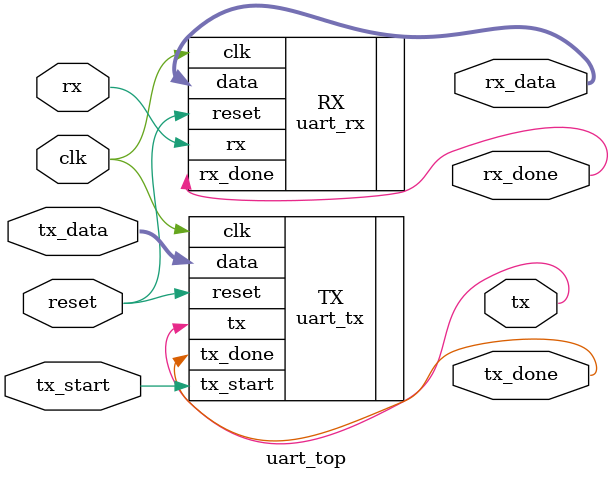
<source format=v>
`include "uart_tx.v"
`include "uart_rx.v"
module uart_top(
    input wire clk,
    input wire reset,
	input wire [7:0] tx_data,
	input wire tx_start,
	input wire rx,
	output wire tx,
	output wire [7:0] rx_data,
	output wire rx_done,
	output wire tx_done
	);

    uart_tx TX(.clk(clk),
	           .reset(reset),
		       .data(tx_data),
			   .tx_start(tx_start),
			   .tx(tx),
			   .tx_done(tx_done));

    uart_rx RX(.clk(clk),
		       .reset(reset),
			   .rx(rx),
			   .data(rx_data),
			   .rx_done(rx_done));

endmodule

</source>
